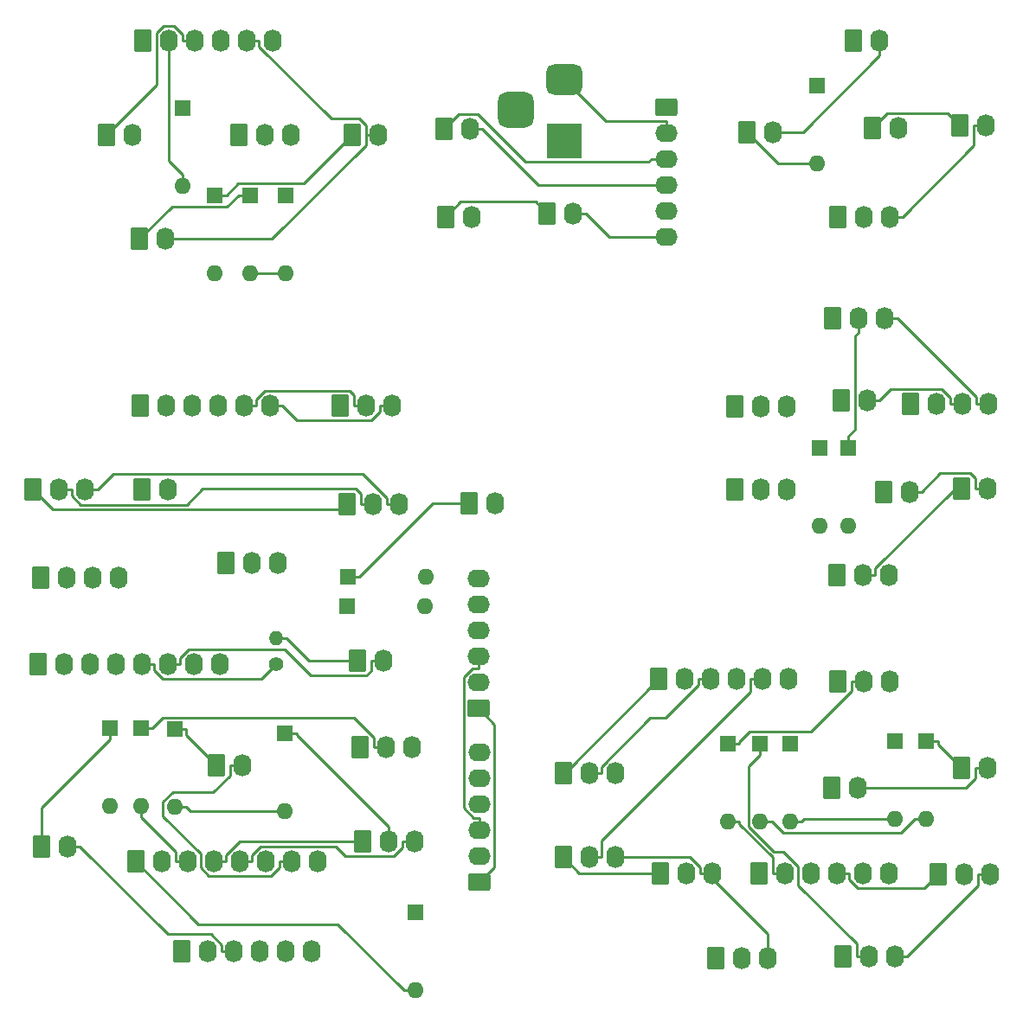
<source format=gbr>
G04 #@! TF.GenerationSoftware,KiCad,Pcbnew,8.0.7*
G04 #@! TF.CreationDate,2025-03-12T18:50:21+10:00*
G04 #@! TF.ProjectId,OH - Upper Mixed Small PCBs,4f48202d-2055-4707-9065-72204d697865,rev?*
G04 #@! TF.SameCoordinates,Original*
G04 #@! TF.FileFunction,Copper,L1,Top*
G04 #@! TF.FilePolarity,Positive*
%FSLAX46Y46*%
G04 Gerber Fmt 4.6, Leading zero omitted, Abs format (unit mm)*
G04 Created by KiCad (PCBNEW 8.0.7) date 2025-03-12 18:50:21*
%MOMM*%
%LPD*%
G01*
G04 APERTURE LIST*
G04 Aperture macros list*
%AMRoundRect*
0 Rectangle with rounded corners*
0 $1 Rounding radius*
0 $2 $3 $4 $5 $6 $7 $8 $9 X,Y pos of 4 corners*
0 Add a 4 corners polygon primitive as box body*
4,1,4,$2,$3,$4,$5,$6,$7,$8,$9,$2,$3,0*
0 Add four circle primitives for the rounded corners*
1,1,$1+$1,$2,$3*
1,1,$1+$1,$4,$5*
1,1,$1+$1,$6,$7*
1,1,$1+$1,$8,$9*
0 Add four rect primitives between the rounded corners*
20,1,$1+$1,$2,$3,$4,$5,0*
20,1,$1+$1,$4,$5,$6,$7,0*
20,1,$1+$1,$6,$7,$8,$9,0*
20,1,$1+$1,$8,$9,$2,$3,0*%
G04 Aperture macros list end*
G04 #@! TA.AperFunction,ComponentPad*
%ADD10R,1.600000X1.600000*%
G04 #@! TD*
G04 #@! TA.AperFunction,ComponentPad*
%ADD11O,1.600000X1.600000*%
G04 #@! TD*
G04 #@! TA.AperFunction,ComponentPad*
%ADD12RoundRect,0.250000X-0.620000X-0.845000X0.620000X-0.845000X0.620000X0.845000X-0.620000X0.845000X0*%
G04 #@! TD*
G04 #@! TA.AperFunction,ComponentPad*
%ADD13O,1.740000X2.190000*%
G04 #@! TD*
G04 #@! TA.AperFunction,ComponentPad*
%ADD14C,1.400000*%
G04 #@! TD*
G04 #@! TA.AperFunction,ComponentPad*
%ADD15O,1.400000X1.400000*%
G04 #@! TD*
G04 #@! TA.AperFunction,ComponentPad*
%ADD16RoundRect,0.875000X-0.875000X0.875000X-0.875000X-0.875000X0.875000X-0.875000X0.875000X0.875000X0*%
G04 #@! TD*
G04 #@! TA.AperFunction,ComponentPad*
%ADD17RoundRect,0.750000X-1.000000X0.750000X-1.000000X-0.750000X1.000000X-0.750000X1.000000X0.750000X0*%
G04 #@! TD*
G04 #@! TA.AperFunction,ComponentPad*
%ADD18R,3.500000X3.500000*%
G04 #@! TD*
G04 #@! TA.AperFunction,ComponentPad*
%ADD19O,1.740000X2.200000*%
G04 #@! TD*
G04 #@! TA.AperFunction,ComponentPad*
%ADD20RoundRect,0.250000X-0.620000X-0.850000X0.620000X-0.850000X0.620000X0.850000X-0.620000X0.850000X0*%
G04 #@! TD*
G04 #@! TA.AperFunction,ComponentPad*
%ADD21O,2.200000X1.740000*%
G04 #@! TD*
G04 #@! TA.AperFunction,ComponentPad*
%ADD22RoundRect,0.250000X-0.850000X0.620000X-0.850000X-0.620000X0.850000X-0.620000X0.850000X0.620000X0*%
G04 #@! TD*
G04 #@! TA.AperFunction,ComponentPad*
%ADD23RoundRect,0.250000X0.850000X-0.620000X0.850000X0.620000X-0.850000X0.620000X-0.850000X-0.620000X0*%
G04 #@! TD*
G04 #@! TA.AperFunction,Conductor*
%ADD24C,0.250000*%
G04 #@! TD*
G04 APERTURE END LIST*
D10*
X116500000Y-60880000D03*
D11*
X116500000Y-68500000D03*
D10*
X126500000Y-69380000D03*
D11*
X126500000Y-77000000D03*
D12*
X121960000Y-63500000D03*
D13*
X124500000Y-63500000D03*
X127040000Y-63500000D03*
D12*
X109000000Y-63500000D03*
D13*
X111540000Y-63500000D03*
D14*
X125603000Y-115316000D03*
D15*
X125603000Y-112776000D03*
D16*
X149097000Y-61071500D03*
D17*
X153797000Y-58071500D03*
D18*
X153797000Y-64071500D03*
D19*
X154686000Y-71183500D03*
D20*
X152146000Y-71183500D03*
D21*
X163766000Y-73469500D03*
X163766000Y-70929500D03*
X163766000Y-68389500D03*
X163766000Y-65849500D03*
X163766000Y-63309500D03*
D22*
X163766000Y-60769500D03*
D19*
X144716000Y-71501000D03*
D20*
X142176000Y-71501000D03*
D19*
X144590000Y-62928500D03*
D20*
X142050000Y-62928500D03*
D19*
X195174000Y-98094800D03*
D20*
X192634000Y-98094800D03*
D19*
X187579000Y-98425000D03*
D20*
X185039000Y-98425000D03*
D19*
X195072000Y-62534800D03*
D20*
X192532000Y-62534800D03*
D19*
X186500000Y-62801500D03*
D20*
X183960000Y-62801500D03*
D19*
X115062000Y-98171000D03*
D20*
X112522000Y-98171000D03*
D19*
X147066000Y-99568000D03*
D20*
X144526000Y-99568000D03*
D11*
X140208000Y-109601000D03*
D10*
X132588000Y-109601000D03*
D11*
X140272000Y-106744000D03*
D10*
X132652000Y-106744000D03*
D19*
X125032000Y-89979500D03*
X122492000Y-89979500D03*
X119952000Y-89979500D03*
X117412000Y-89979500D03*
X114872000Y-89979500D03*
D20*
X112332000Y-89979500D03*
D19*
X137604000Y-99631500D03*
X135064000Y-99631500D03*
D20*
X132524000Y-99631500D03*
D19*
X125794000Y-105410000D03*
X123254000Y-105410000D03*
D20*
X120714000Y-105410000D03*
D19*
X136970000Y-89979500D03*
X134430000Y-89979500D03*
D20*
X131890000Y-89979500D03*
D19*
X106934000Y-98234500D03*
X104394000Y-98234500D03*
D20*
X101854000Y-98234500D03*
D19*
X183439000Y-89458800D03*
D20*
X180899000Y-89458800D03*
D19*
X185166000Y-81407000D03*
X182626000Y-81407000D03*
D20*
X180086000Y-81407000D03*
D19*
X129096000Y-143383000D03*
X126556000Y-143383000D03*
X124016000Y-143383000D03*
X121476000Y-143383000D03*
X118936000Y-143383000D03*
D20*
X116396000Y-143383000D03*
D19*
X138938000Y-123444000D03*
X136398000Y-123444000D03*
D20*
X133858000Y-123444000D03*
D19*
X122301000Y-125222000D03*
D20*
X119761000Y-125222000D03*
D19*
X105220000Y-133160000D03*
D20*
X102680000Y-133160000D03*
D19*
X139128000Y-132652000D03*
X136588000Y-132652000D03*
D20*
X134048000Y-132652000D03*
D19*
X186118000Y-143891000D03*
X183578000Y-143891000D03*
D20*
X181038000Y-143891000D03*
D19*
X195199000Y-125476000D03*
D20*
X192659000Y-125476000D03*
D19*
X185674000Y-116967000D03*
X183134000Y-116967000D03*
D20*
X180594000Y-116967000D03*
D19*
X182499000Y-127381000D03*
D20*
X179959000Y-127381000D03*
D19*
X195453000Y-135890000D03*
X192913000Y-135890000D03*
D20*
X190373000Y-135890000D03*
D19*
X135572000Y-63500000D03*
D20*
X133032000Y-63500000D03*
D19*
X114808000Y-73660000D03*
D20*
X112268000Y-73660000D03*
D19*
X184658000Y-54292500D03*
D20*
X182118000Y-54292500D03*
D19*
X175592000Y-98234500D03*
X173052000Y-98234500D03*
D20*
X170512000Y-98234500D03*
D19*
X173736000Y-144082000D03*
X171196000Y-144082000D03*
D20*
X168656000Y-144082000D03*
D19*
X158764000Y-134176000D03*
X156224000Y-134176000D03*
D20*
X153684000Y-134176000D03*
D19*
X168275000Y-135763000D03*
X165735000Y-135763000D03*
D20*
X163195000Y-135763000D03*
D19*
X158764000Y-125984000D03*
X156224000Y-125984000D03*
D20*
X153684000Y-125984000D03*
D19*
X175592000Y-90106500D03*
X173052000Y-90106500D03*
D20*
X170512000Y-90106500D03*
D19*
X185547000Y-106553000D03*
X183007000Y-106553000D03*
D20*
X180467000Y-106553000D03*
D19*
X195275000Y-89814400D03*
X192735000Y-89814400D03*
X190195000Y-89814400D03*
D20*
X187655000Y-89814400D03*
D19*
X129667000Y-134620000D03*
X127127000Y-134620000D03*
X124587000Y-134620000D03*
X122047000Y-134620000D03*
X119507000Y-134620000D03*
X116967000Y-134620000D03*
X114427000Y-134620000D03*
D20*
X111887000Y-134620000D03*
D19*
X120078000Y-115316000D03*
X117538000Y-115316000D03*
X114998000Y-115316000D03*
X112458000Y-115316000D03*
X109918000Y-115316000D03*
X107378000Y-115316000D03*
X104838000Y-115316000D03*
D20*
X102298000Y-115316000D03*
D21*
X145542000Y-123952000D03*
X145542000Y-126492000D03*
X145542000Y-129032000D03*
X145542000Y-131572000D03*
X145542000Y-134112000D03*
D23*
X145542000Y-136652000D03*
D19*
X110236000Y-106807000D03*
X107696000Y-106807000D03*
X105156000Y-106807000D03*
D20*
X102616000Y-106807000D03*
D19*
X136080000Y-114998000D03*
D20*
X133540000Y-114998000D03*
D19*
X185547000Y-135826000D03*
X183007000Y-135826000D03*
X180467000Y-135826000D03*
X177927000Y-135826000D03*
X175387000Y-135826000D03*
D20*
X172847000Y-135826000D03*
D21*
X145415000Y-106934000D03*
X145415000Y-109474000D03*
X145415000Y-112014000D03*
X145415000Y-114554000D03*
X145415000Y-117094000D03*
D23*
X145415000Y-119634000D03*
D19*
X185674000Y-71501000D03*
X183134000Y-71501000D03*
D20*
X180594000Y-71501000D03*
D19*
X174244000Y-63246000D03*
D20*
X171704000Y-63246000D03*
D19*
X125286000Y-54229000D03*
X122746000Y-54229000D03*
X120206000Y-54229000D03*
X117666000Y-54229000D03*
X115126000Y-54229000D03*
D20*
X112586000Y-54229000D03*
D19*
X175768000Y-116776000D03*
X173228000Y-116776000D03*
X170688000Y-116776000D03*
X168148000Y-116776000D03*
X165608000Y-116776000D03*
D20*
X163068000Y-116776000D03*
D11*
X181610000Y-101727000D03*
D10*
X181610000Y-94107000D03*
D11*
X178816000Y-101727000D03*
D10*
X178816000Y-94107000D03*
D11*
X139256000Y-147256000D03*
D10*
X139256000Y-139636000D03*
D11*
X112395000Y-129159000D03*
D10*
X112395000Y-121539000D03*
D11*
X115697000Y-129286000D03*
D10*
X115697000Y-121666000D03*
D11*
X109347000Y-129159000D03*
D10*
X109347000Y-121539000D03*
D11*
X126492000Y-129667000D03*
D10*
X126492000Y-122047000D03*
D11*
X189230000Y-130429000D03*
D10*
X189230000Y-122809000D03*
D11*
X169801000Y-130683000D03*
D10*
X169801000Y-123063000D03*
D11*
X172974000Y-130683000D03*
D10*
X172974000Y-123063000D03*
D11*
X175895000Y-130683000D03*
D10*
X175895000Y-123063000D03*
D11*
X186182000Y-130429000D03*
D10*
X186182000Y-122809000D03*
D11*
X178562000Y-66294000D03*
D10*
X178562000Y-58674000D03*
D11*
X123067000Y-77000000D03*
D10*
X123067000Y-69380000D03*
D11*
X119634000Y-77000000D03*
D10*
X119634000Y-69380000D03*
D24*
X158168700Y-73469500D02*
X155882700Y-71183500D01*
X163766000Y-73469500D02*
X158168700Y-73469500D01*
X154686000Y-71183500D02*
X155882700Y-71183500D01*
X151247700Y-68389500D02*
X145786700Y-62928500D01*
X163766000Y-68389500D02*
X151247700Y-68389500D01*
X144590000Y-62928500D02*
X145786700Y-62928500D01*
X162040600Y-66148200D02*
X162339300Y-65849500D01*
X149957200Y-66148200D02*
X162040600Y-66148200D01*
X145300500Y-61491500D02*
X149957200Y-66148200D01*
X143487000Y-61491500D02*
X145300500Y-61491500D01*
X142050000Y-62928500D02*
X143487000Y-61491500D01*
X163766000Y-65849500D02*
X162339300Y-65849500D01*
X123688700Y-89381100D02*
X123688700Y-89979500D01*
X124529500Y-88540300D02*
X123688700Y-89381100D01*
X132766400Y-88540300D02*
X124529500Y-88540300D01*
X133233300Y-89007200D02*
X132766400Y-88540300D01*
X133233300Y-89979500D02*
X133233300Y-89007200D01*
X134430000Y-89979500D02*
X133233300Y-89979500D01*
X122492000Y-89979500D02*
X123688700Y-89979500D01*
X136970000Y-89979500D02*
X135773300Y-89979500D01*
X125032000Y-89979500D02*
X126228700Y-89979500D01*
X135773300Y-90579900D02*
X135773300Y-89979500D01*
X134940400Y-91412800D02*
X135773300Y-90579900D01*
X127662000Y-91412800D02*
X134940400Y-91412800D01*
X126228700Y-89979500D02*
X127662000Y-91412800D01*
X105590700Y-98832800D02*
X105590700Y-98234500D01*
X106442500Y-99684600D02*
X105590700Y-98832800D01*
X116897300Y-99684600D02*
X106442500Y-99684600D01*
X118433100Y-98148800D02*
X116897300Y-99684600D01*
X133356900Y-98148800D02*
X118433100Y-98148800D01*
X133867300Y-98659200D02*
X133356900Y-98148800D01*
X133867300Y-99631500D02*
X133867300Y-98659200D01*
X135064000Y-99631500D02*
X133867300Y-99631500D01*
X104394000Y-98234500D02*
X105590700Y-98234500D01*
X132019200Y-100136300D02*
X132524000Y-99631500D01*
X103755800Y-100136300D02*
X132019200Y-100136300D01*
X101854000Y-98234500D02*
X103755800Y-100136300D01*
X106934000Y-98234500D02*
X108130700Y-98234500D01*
X137604000Y-99631500D02*
X136407300Y-99631500D01*
X109684900Y-96680300D02*
X108130700Y-98234500D01*
X134056500Y-96680300D02*
X109684900Y-96680300D01*
X136407300Y-99031100D02*
X134056500Y-96680300D01*
X136407300Y-99631500D02*
X136407300Y-99031100D01*
X124175500Y-116743500D02*
X125603000Y-115316000D01*
X114483800Y-116743500D02*
X124175500Y-116743500D01*
X113654700Y-115914400D02*
X114483800Y-116743500D01*
X113654700Y-115316000D02*
X113654700Y-115914400D01*
X112458000Y-115316000D02*
X113654700Y-115316000D01*
X134883300Y-116011000D02*
X134883300Y-114998000D01*
X134451100Y-116443200D02*
X134883300Y-116011000D01*
X129025400Y-116443200D02*
X134451100Y-116443200D01*
X126444600Y-113862400D02*
X129025400Y-116443200D01*
X117049900Y-113862400D02*
X126444600Y-113862400D01*
X116194700Y-114717600D02*
X117049900Y-113862400D01*
X116194700Y-115316000D02*
X116194700Y-114717600D01*
X114998000Y-115316000D02*
X116194700Y-115316000D01*
X136080000Y-114998000D02*
X134883300Y-114998000D01*
X125603000Y-112776000D02*
X126629700Y-112776000D01*
X128851700Y-114998000D02*
X126629700Y-112776000D01*
X133540000Y-114998000D02*
X128851700Y-114998000D01*
X150974100Y-70011600D02*
X152146000Y-71183500D01*
X143665400Y-70011600D02*
X150974100Y-70011600D01*
X142176000Y-71501000D02*
X143665400Y-70011600D01*
X157838300Y-62112800D02*
X153797000Y-58071500D01*
X163766000Y-62112800D02*
X157838300Y-62112800D01*
X163766000Y-63309500D02*
X163766000Y-62112800D01*
X193875300Y-64496400D02*
X193875300Y-62534800D01*
X186870700Y-71501000D02*
X193875300Y-64496400D01*
X185674000Y-71501000D02*
X186870700Y-71501000D01*
X195072000Y-62534800D02*
X193875300Y-62534800D01*
X191351000Y-61353800D02*
X192532000Y-62534800D01*
X185407700Y-61353800D02*
X191351000Y-61353800D01*
X183960000Y-62801500D02*
X185407700Y-61353800D01*
X146983300Y-135210700D02*
X145542000Y-136652000D01*
X146983300Y-121202300D02*
X146983300Y-135210700D01*
X145415000Y-119634000D02*
X146983300Y-121202300D01*
X144943700Y-130375300D02*
X145542000Y-130375300D01*
X143966300Y-129397900D02*
X144943700Y-130375300D01*
X143966300Y-116601100D02*
X143966300Y-129397900D01*
X144816700Y-115750700D02*
X143966300Y-116601100D01*
X145415000Y-115750700D02*
X144816700Y-115750700D01*
X145415000Y-114554000D02*
X145415000Y-115750700D01*
X145542000Y-131572000D02*
X145542000Y-130375300D01*
X185715100Y-88379400D02*
X184635700Y-89458800D01*
X190701600Y-88379400D02*
X185715100Y-88379400D01*
X191538300Y-89216100D02*
X190701600Y-88379400D01*
X191538300Y-89814400D02*
X191538300Y-89216100D01*
X192735000Y-89814400D02*
X191538300Y-89814400D01*
X183439000Y-89458800D02*
X184635700Y-89458800D01*
X194078300Y-89122600D02*
X186362700Y-81407000D01*
X194078300Y-89814400D02*
X194078300Y-89122600D01*
X195275000Y-89814400D02*
X194078300Y-89814400D01*
X185166000Y-81407000D02*
X186362700Y-81407000D01*
X122073400Y-132652000D02*
X134048000Y-132652000D01*
X120703700Y-134021700D02*
X122073400Y-132652000D01*
X120703700Y-134620000D02*
X120703700Y-134021700D01*
X119507000Y-134620000D02*
X120703700Y-134620000D01*
X139128000Y-132652000D02*
X137931300Y-132652000D01*
X122047000Y-134620000D02*
X123243700Y-134620000D01*
X137931300Y-133250300D02*
X137931300Y-132652000D01*
X137100500Y-134081100D02*
X137931300Y-133250300D01*
X132381400Y-134081100D02*
X137100500Y-134081100D01*
X131450300Y-133150000D02*
X132381400Y-134081100D01*
X124115300Y-133150000D02*
X131450300Y-133150000D01*
X123243700Y-134021600D02*
X124115300Y-133150000D01*
X123243700Y-134620000D02*
X123243700Y-134021600D01*
X115000000Y-141743300D02*
X106416700Y-133160000D01*
X119237900Y-141743300D02*
X115000000Y-141743300D01*
X120279300Y-142784700D02*
X119237900Y-141743300D01*
X120279300Y-143383000D02*
X120279300Y-142784700D01*
X121476000Y-143383000D02*
X120279300Y-143383000D01*
X105220000Y-133160000D02*
X106416700Y-133160000D01*
X121104300Y-126194300D02*
X121104300Y-125222000D01*
X119469000Y-127829600D02*
X121104300Y-126194300D01*
X115538200Y-127829600D02*
X119469000Y-127829600D01*
X114558700Y-128809100D02*
X115538200Y-127829600D01*
X114558700Y-130220100D02*
X114558700Y-128809100D01*
X118205200Y-133866600D02*
X114558700Y-130220100D01*
X118205200Y-135241500D02*
X118205200Y-133866600D01*
X119043700Y-136080000D02*
X118205200Y-135241500D01*
X125068600Y-136080000D02*
X119043700Y-136080000D01*
X125930300Y-135218300D02*
X125068600Y-136080000D01*
X125930300Y-134620000D02*
X125930300Y-135218300D01*
X127127000Y-134620000D02*
X125930300Y-134620000D01*
X122301000Y-125222000D02*
X121104300Y-125222000D01*
X181663700Y-136424300D02*
X181663700Y-135826000D01*
X182492100Y-137252700D02*
X181663700Y-136424300D01*
X189010300Y-137252700D02*
X182492100Y-137252700D01*
X190373000Y-135890000D02*
X189010300Y-137252700D01*
X180467000Y-135826000D02*
X181663700Y-135826000D01*
X194256300Y-136949400D02*
X187314700Y-143891000D01*
X194256300Y-135890000D02*
X194256300Y-136949400D01*
X195453000Y-135890000D02*
X194256300Y-135890000D01*
X186118000Y-143891000D02*
X187314700Y-143891000D01*
X194002300Y-126448300D02*
X194002300Y-125476000D01*
X193069600Y-127381000D02*
X194002300Y-126448300D01*
X182499000Y-127381000D02*
X193069600Y-127381000D01*
X195199000Y-125476000D02*
X194002300Y-125476000D01*
X182227100Y-92363200D02*
X181610000Y-92980300D01*
X182227100Y-83232600D02*
X182227100Y-92363200D01*
X182626000Y-82833700D02*
X182227100Y-83232600D01*
X182626000Y-81407000D02*
X182626000Y-82833700D01*
X181610000Y-94107000D02*
X181610000Y-92980300D01*
X177131200Y-63246000D02*
X184658000Y-55719200D01*
X174244000Y-63246000D02*
X177131200Y-63246000D01*
X184658000Y-54292500D02*
X184658000Y-55719200D01*
X134375300Y-62527700D02*
X134375300Y-63500000D01*
X133722800Y-61875200D02*
X134375300Y-62527700D01*
X130990500Y-61875200D02*
X133722800Y-61875200D01*
X123942700Y-54827400D02*
X130990500Y-61875200D01*
X123942700Y-54229000D02*
X123942700Y-54827400D01*
X122746000Y-54229000D02*
X123942700Y-54229000D01*
X135572000Y-63500000D02*
X134375300Y-63500000D01*
X134375300Y-64490300D02*
X134375300Y-63500000D01*
X125205600Y-73660000D02*
X134375300Y-64490300D01*
X114808000Y-73660000D02*
X125205600Y-73660000D01*
X113914100Y-58585900D02*
X109000000Y-63500000D01*
X113914100Y-53498700D02*
X113914100Y-58585900D01*
X114630200Y-52782600D02*
X113914100Y-53498700D01*
X115621200Y-52782600D02*
X114630200Y-52782600D01*
X116469300Y-53630700D02*
X115621200Y-52782600D01*
X116469300Y-54229000D02*
X116469300Y-53630700D01*
X117666000Y-54229000D02*
X116469300Y-54229000D01*
X155271000Y-135763000D02*
X153684000Y-134176000D01*
X163195000Y-135763000D02*
X155271000Y-135763000D01*
X153860000Y-125984000D02*
X153684000Y-125984000D01*
X163068000Y-116776000D02*
X153860000Y-125984000D01*
X166089600Y-134176000D02*
X158764000Y-134176000D01*
X167078300Y-135164700D02*
X166089600Y-134176000D01*
X167078300Y-135763000D02*
X167078300Y-135164700D01*
X168275000Y-135763000D02*
X167805900Y-135763000D01*
X167805900Y-135763000D02*
X167078300Y-135763000D01*
X173736000Y-141693100D02*
X173736000Y-144082000D01*
X167805900Y-135763000D02*
X173736000Y-141693100D01*
X156224000Y-125984000D02*
X157420700Y-125984000D01*
X168148000Y-116776000D02*
X166951300Y-116776000D01*
X166951300Y-117374300D02*
X166951300Y-116776000D01*
X163732600Y-120593000D02*
X166951300Y-117374300D01*
X162213300Y-120593000D02*
X163732600Y-120593000D01*
X157420700Y-125385600D02*
X162213300Y-120593000D01*
X157420700Y-125984000D02*
X157420700Y-125385600D01*
X172031300Y-117972700D02*
X172031300Y-116776000D01*
X157420700Y-132583300D02*
X172031300Y-117972700D01*
X157420700Y-134176000D02*
X157420700Y-132583300D01*
X156224000Y-134176000D02*
X157420700Y-134176000D01*
X173228000Y-116776000D02*
X172031300Y-116776000D01*
X192049600Y-98094800D02*
X192634000Y-98094800D01*
X184203700Y-105940700D02*
X192049600Y-98094800D01*
X184203700Y-106553000D02*
X184203700Y-105940700D01*
X183007000Y-106553000D02*
X184203700Y-106553000D01*
X193977300Y-97122500D02*
X193977300Y-98094800D01*
X193487800Y-96633000D02*
X193977300Y-97122500D01*
X190567700Y-96633000D02*
X193487800Y-96633000D01*
X188775700Y-98425000D02*
X190567700Y-96633000D01*
X187579000Y-98425000D02*
X188775700Y-98425000D01*
X195174000Y-98094800D02*
X193977300Y-98094800D01*
X140954700Y-99568000D02*
X144526000Y-99568000D01*
X133778700Y-106744000D02*
X140954700Y-99568000D01*
X132652000Y-106744000D02*
X133778700Y-106744000D01*
X139256000Y-147256000D02*
X138129300Y-147256000D01*
X118028200Y-140761200D02*
X111887000Y-134620000D01*
X131634500Y-140761200D02*
X118028200Y-140761200D01*
X138129300Y-147256000D02*
X131634500Y-140761200D01*
X114521400Y-120539300D02*
X113521700Y-121539000D01*
X133268900Y-120539300D02*
X114521400Y-120539300D01*
X135201300Y-122471700D02*
X133268900Y-120539300D01*
X135201300Y-123444000D02*
X135201300Y-122471700D01*
X136398000Y-123444000D02*
X135201300Y-123444000D01*
X112395000Y-121539000D02*
X113521700Y-121539000D01*
X115770300Y-133661000D02*
X112395000Y-130285700D01*
X115770300Y-134620000D02*
X115770300Y-133661000D01*
X116967000Y-134620000D02*
X115770300Y-134620000D01*
X112395000Y-129159000D02*
X112395000Y-130285700D01*
X116823700Y-122284700D02*
X119761000Y-125222000D01*
X116823700Y-121666000D02*
X116823700Y-122284700D01*
X115697000Y-121666000D02*
X116823700Y-121666000D01*
X102680000Y-129332700D02*
X102680000Y-133160000D01*
X109347000Y-122665700D02*
X102680000Y-129332700D01*
X109347000Y-121539000D02*
X109347000Y-122665700D01*
X127618700Y-122256000D02*
X127618700Y-122047000D01*
X136588000Y-131225300D02*
X127618700Y-122256000D01*
X136588000Y-132652000D02*
X136588000Y-131225300D01*
X126492000Y-122047000D02*
X127618700Y-122047000D01*
X117204700Y-129667000D02*
X116823700Y-129286000D01*
X126492000Y-129667000D02*
X117204700Y-129667000D01*
X115697000Y-129286000D02*
X116823700Y-129286000D01*
X190356700Y-123173700D02*
X192659000Y-125476000D01*
X190356700Y-122809000D02*
X190356700Y-123173700D01*
X189230000Y-122809000D02*
X190356700Y-122809000D01*
X170927700Y-122922000D02*
X170927700Y-123063000D01*
X171913400Y-121936300D02*
X170927700Y-122922000D01*
X177940300Y-121936300D02*
X171913400Y-121936300D01*
X181937300Y-117939300D02*
X177940300Y-121936300D01*
X181937300Y-116967000D02*
X181937300Y-117939300D01*
X183134000Y-116967000D02*
X181937300Y-116967000D01*
X169801000Y-123063000D02*
X170927700Y-123063000D01*
X169801000Y-130683000D02*
X170927700Y-130683000D01*
X175387000Y-135826000D02*
X174190300Y-135826000D01*
X174190300Y-134209800D02*
X174190300Y-135826000D01*
X170927700Y-130947200D02*
X174190300Y-134209800D01*
X170927700Y-130683000D02*
X170927700Y-130947200D01*
X171847300Y-125316400D02*
X172974000Y-124189700D01*
X171847300Y-131204800D02*
X171847300Y-125316400D01*
X174331600Y-133689100D02*
X171847300Y-131204800D01*
X175204500Y-133689100D02*
X174331600Y-133689100D01*
X176657000Y-135141600D02*
X175204500Y-133689100D01*
X176657000Y-136970000D02*
X176657000Y-135141600D01*
X182381300Y-142694300D02*
X176657000Y-136970000D01*
X182381300Y-143891000D02*
X182381300Y-142694300D01*
X183578000Y-143891000D02*
X182381300Y-143891000D01*
X172974000Y-123063000D02*
X172974000Y-124189700D01*
X175227400Y-131809700D02*
X174100700Y-130683000D01*
X186722600Y-131809700D02*
X175227400Y-131809700D01*
X188103300Y-130429000D02*
X186722600Y-131809700D01*
X189230000Y-130429000D02*
X188103300Y-130429000D01*
X172974000Y-130683000D02*
X174100700Y-130683000D01*
X177275700Y-130429000D02*
X177021700Y-130683000D01*
X186182000Y-130429000D02*
X177275700Y-130429000D01*
X175895000Y-130683000D02*
X177021700Y-130683000D01*
X174752000Y-66294000D02*
X171704000Y-63246000D01*
X178562000Y-66294000D02*
X174752000Y-66294000D01*
X115421300Y-70506700D02*
X112268000Y-73660000D01*
X120813600Y-70506700D02*
X115421300Y-70506700D01*
X121940300Y-69380000D02*
X120813600Y-70506700D01*
X123067000Y-69380000D02*
X121940300Y-69380000D01*
X123067000Y-77000000D02*
X126500000Y-77000000D01*
X128278700Y-68253300D02*
X133032000Y-63500000D01*
X121887400Y-68253300D02*
X128278700Y-68253300D01*
X120760700Y-69380000D02*
X121887400Y-68253300D01*
X119634000Y-69380000D02*
X120760700Y-69380000D01*
X115126000Y-65999300D02*
X116500000Y-67373300D01*
X115126000Y-54229000D02*
X115126000Y-65999300D01*
X116500000Y-68500000D02*
X116500000Y-67373300D01*
M02*

</source>
